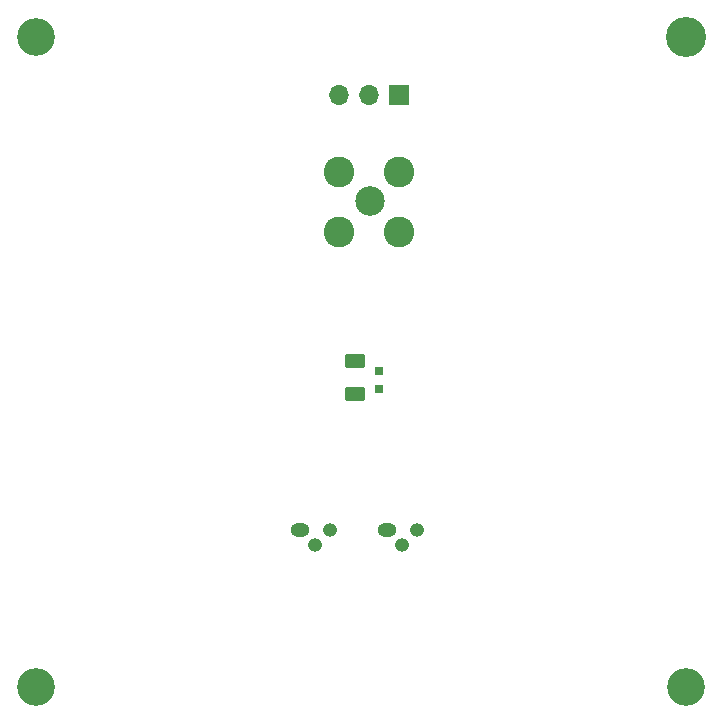
<source format=gbs>
G04 #@! TF.GenerationSoftware,KiCad,Pcbnew,8.0.2*
G04 #@! TF.CreationDate,2024-06-23T21:23:39-04:00*
G04 #@! TF.ProjectId,Homodyne,486f6d6f-6479-46e6-952e-6b696361645f,rev?*
G04 #@! TF.SameCoordinates,Original*
G04 #@! TF.FileFunction,Soldermask,Bot*
G04 #@! TF.FilePolarity,Negative*
%FSLAX46Y46*%
G04 Gerber Fmt 4.6, Leading zero omitted, Abs format (unit mm)*
G04 Created by KiCad (PCBNEW 8.0.2) date 2024-06-23 21:23:39*
%MOMM*%
%LPD*%
G01*
G04 APERTURE LIST*
G04 Aperture macros list*
%AMRoundRect*
0 Rectangle with rounded corners*
0 $1 Rounding radius*
0 $2 $3 $4 $5 $6 $7 $8 $9 X,Y pos of 4 corners*
0 Add a 4 corners polygon primitive as box body*
4,1,4,$2,$3,$4,$5,$6,$7,$8,$9,$2,$3,0*
0 Add four circle primitives for the rounded corners*
1,1,$1+$1,$2,$3*
1,1,$1+$1,$4,$5*
1,1,$1+$1,$6,$7*
1,1,$1+$1,$8,$9*
0 Add four rect primitives between the rounded corners*
20,1,$1+$1,$2,$3,$4,$5,0*
20,1,$1+$1,$4,$5,$6,$7,0*
20,1,$1+$1,$6,$7,$8,$9,0*
20,1,$1+$1,$8,$9,$2,$3,0*%
G04 Aperture macros list end*
%ADD10C,2.600000*%
%ADD11C,2.500000*%
%ADD12R,1.700000X1.700000*%
%ADD13O,1.700000X1.700000*%
%ADD14C,3.400000*%
%ADD15C,3.200000*%
%ADD16O,1.600000X1.200000*%
%ADD17O,1.200000X1.200000*%
%ADD18RoundRect,0.250000X-0.625000X0.375000X-0.625000X-0.375000X0.625000X-0.375000X0.625000X0.375000X0*%
%ADD19R,0.750000X0.800000*%
G04 APERTURE END LIST*
D10*
X150620000Y-86420000D03*
X150620000Y-91500000D03*
X155700000Y-86420000D03*
X155700000Y-91500000D03*
D11*
X153260000Y-88885000D03*
D12*
X155700000Y-79850000D03*
D13*
X153160000Y-79850000D03*
X150620000Y-79850000D03*
D14*
X180000000Y-75000000D03*
D15*
X125000000Y-130000000D03*
X125000000Y-75000000D03*
D16*
X147320000Y-116700000D03*
D17*
X148590000Y-117970000D03*
X149860000Y-116700000D03*
D16*
X154700000Y-116700000D03*
D17*
X155970000Y-117970000D03*
X157240000Y-116700000D03*
D15*
X180000000Y-130000000D03*
D18*
X152000000Y-102425000D03*
X152000000Y-105225000D03*
D19*
X154020000Y-103240000D03*
X154020000Y-104740000D03*
M02*

</source>
